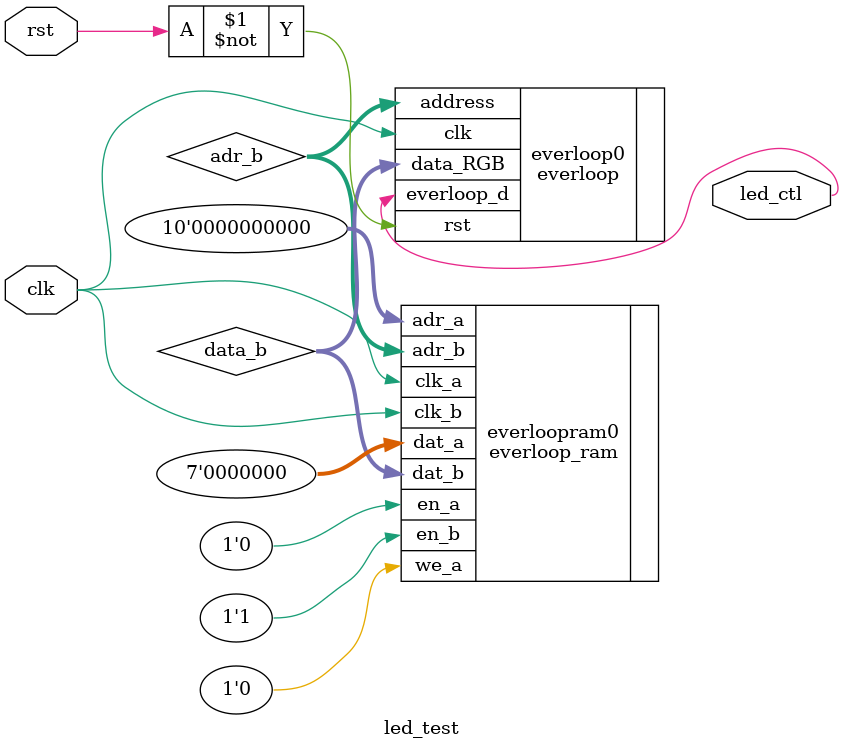
<source format=v>
module led_test#(
  parameter mem_file_name = "image.ram"  
)(
  input clk,
  input rst,
  
  // LED interface
  output led_ctl
);
/*
=> ESQUEMA DEL MODULO
		                      ____________
	 clk            -------->|>           |--------> led_ctl                        
	 rst            -------->|            |                      
		                     |  led_test  |                                        
		                     |            |
                             |____________|
*/

wire  [7:0]  data_b;
wire  [10:0] adr_b;


everloop everloop0(
  .clk(clk),
  .rst(~rst),
  .address(adr_b),
  .data_RGB(data_b),
  .everloop_d(led_ctl)
);

everloop_ram #(
  .adr_width(11), 
  .dat_width(8), 
  .mem_file_name(mem_file_name)
) everloopram0(
  .clk_a(clk),
  .en_a (1'b0),
  .adr_a(10'd0),
  .dat_a(7'd0),
  .we_a (1'b0),
//------------------
  .clk_b(clk),
  .en_b (1'b1),
  .adr_b(adr_b),
  .dat_b(data_b)	
);

endmodule

</source>
